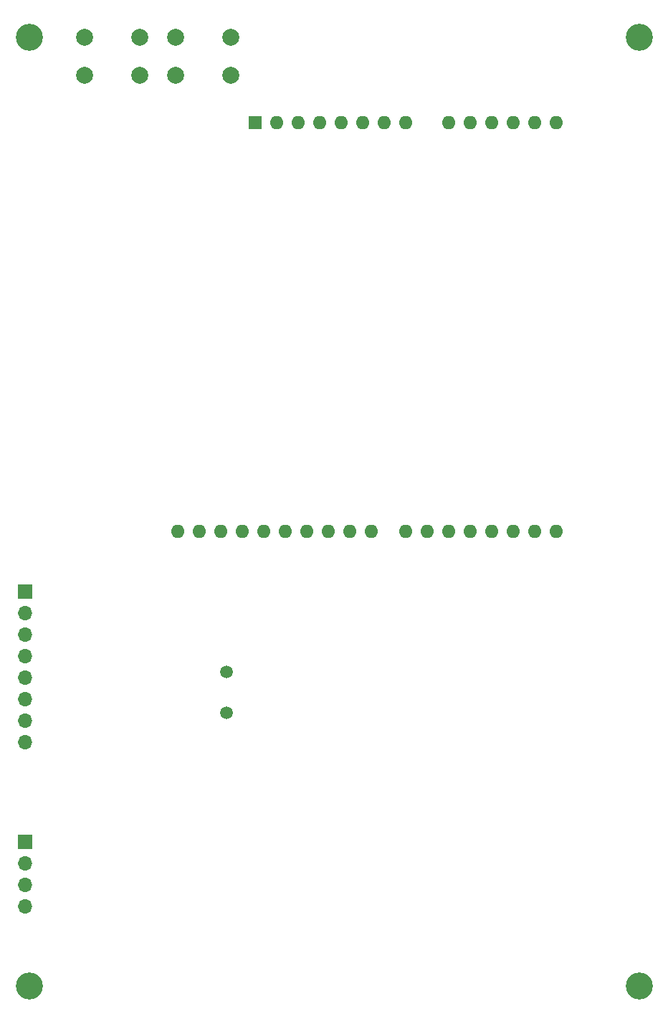
<source format=gbs>
%TF.GenerationSoftware,KiCad,Pcbnew,(6.0.1)*%
%TF.CreationDate,2022-04-04T17:19:20+02:00*%
%TF.ProjectId,PCB KiCad,50434220-4b69-4436-9164-2e6b69636164,rev?*%
%TF.SameCoordinates,Original*%
%TF.FileFunction,Soldermask,Bot*%
%TF.FilePolarity,Negative*%
%FSLAX46Y46*%
G04 Gerber Fmt 4.6, Leading zero omitted, Abs format (unit mm)*
G04 Created by KiCad (PCBNEW (6.0.1)) date 2022-04-04 17:19:20*
%MOMM*%
%LPD*%
G01*
G04 APERTURE LIST*
%ADD10R,1.700000X1.700000*%
%ADD11O,1.700000X1.700000*%
%ADD12C,3.200000*%
%ADD13R,1.600000X1.600000*%
%ADD14O,1.600000X1.600000*%
%ADD15C,2.000000*%
%ADD16C,1.500000*%
G04 APERTURE END LIST*
D10*
%TO.C,J2*%
X46500000Y-126950000D03*
D11*
X46500000Y-129490000D03*
X46500000Y-132030000D03*
X46500000Y-134570000D03*
%TD*%
D12*
%TO.C,*%
X119000000Y-144000000D03*
%TD*%
%TO.C,*%
X119000000Y-32000000D03*
%TD*%
D10*
%TO.C,J1*%
X46500000Y-97420000D03*
D11*
X46500000Y-99960000D03*
X46500000Y-102500000D03*
X46500000Y-105040000D03*
X46500000Y-107580000D03*
X46500000Y-110120000D03*
X46500000Y-112660000D03*
X46500000Y-115200000D03*
%TD*%
D13*
%TO.C,A1*%
X73655000Y-42070000D03*
D14*
X76195000Y-42070000D03*
X78735000Y-42070000D03*
X81275000Y-42070000D03*
X83815000Y-42070000D03*
X86355000Y-42070000D03*
X88895000Y-42070000D03*
X91435000Y-42070000D03*
X96515000Y-42070000D03*
X99055000Y-42070000D03*
X101595000Y-42070000D03*
X104135000Y-42070000D03*
X106675000Y-42070000D03*
X109215000Y-42070000D03*
X109215000Y-90330000D03*
X106675000Y-90330000D03*
X104135000Y-90330000D03*
X101595000Y-90330000D03*
X99055000Y-90330000D03*
X96515000Y-90330000D03*
X93975000Y-90330000D03*
X91435000Y-90330000D03*
X87375000Y-90330000D03*
X84835000Y-90330000D03*
X82295000Y-90330000D03*
X79755000Y-90330000D03*
X77215000Y-90330000D03*
X74675000Y-90330000D03*
X72135000Y-90330000D03*
X69595000Y-90330000D03*
X67055000Y-90330000D03*
X64515000Y-90330000D03*
%TD*%
D15*
%TO.C,SW2*%
X53500000Y-32000000D03*
X60000000Y-32000000D03*
X53500000Y-36500000D03*
X60000000Y-36500000D03*
%TD*%
D12*
%TO.C,*%
X47000000Y-144000000D03*
%TD*%
D16*
%TO.C,Y1*%
X70250000Y-111750000D03*
X70250000Y-106870000D03*
%TD*%
D12*
%TO.C,REF\u002A\u002A*%
X47000000Y-32000000D03*
%TD*%
D15*
%TO.C,SW1*%
X64250000Y-32000000D03*
X70750000Y-32000000D03*
X70750000Y-36500000D03*
X64250000Y-36500000D03*
%TD*%
M02*

</source>
